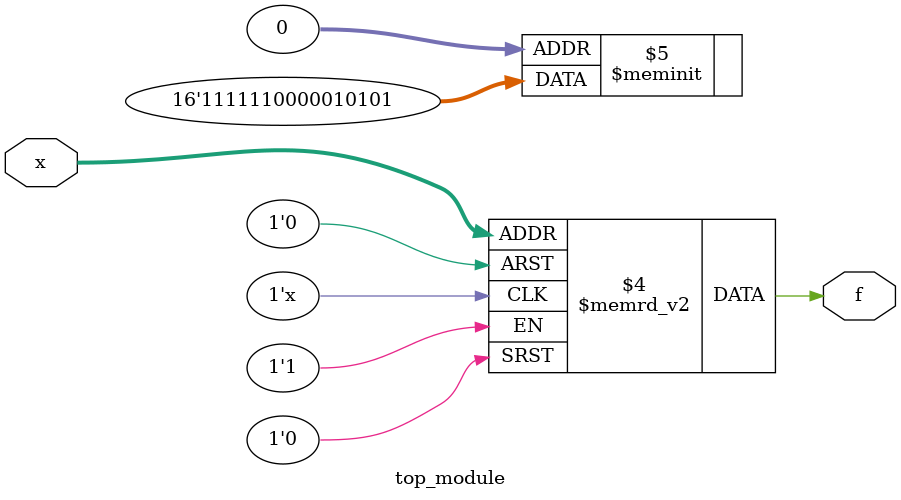
<source format=sv>
module top_module (
    input [4:1] x,
    output logic f
);

    always_comb begin
        case (x)
            4'b0001, 4'b0011, 4'b0101, 4'b0110, 4'b0111, 4'b1000, 4'b1001: f = 1'b0; // 0 values
            4'b0100, 4'b0111, 4'b1100, 4'b1101, 4'b1111: f = 1'b1; // 1 values
            default: f = 1'b1; // d values
        endcase
    end

endmodule

</source>
